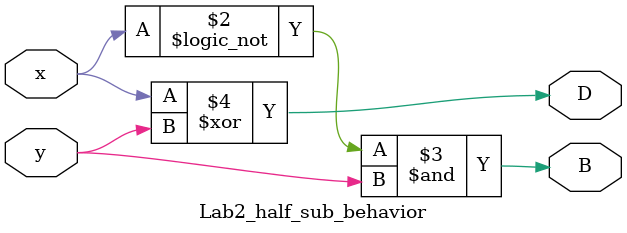
<source format=v>
module Lab2_half_sub_behavior(
	output 	reg 	D,B,
	input 	 	x,y
);
	always @(x or y)
	begin 
	B=(!x)&y;
	D=x^y;
	end

endmodule 
</source>
